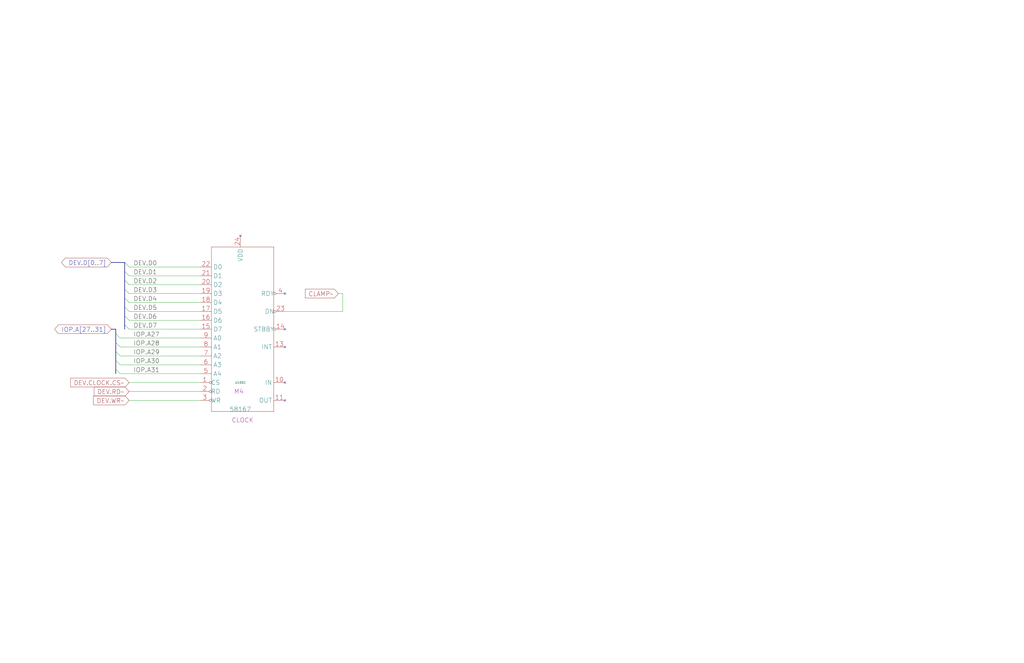
<source format=kicad_sch>
(kicad_sch (version 20230121) (generator eeschema)
  (paper "User" 584.2 378.46)
  (title_block (title "DEVICES\\nCALENDAR") (date "22-SEP-90") (rev "2.0") (comment 1 "IOC") (comment 2 "232-003061") (comment 3 "S400") (comment 4 "RELEASED"))
  (lib_symbols
    (symbol "r1000:58167" (pin_names (offset 1.016))
      (property "Reference" "U" (at 2.54 5.08 0))
      (property "Value" "58167" (at -3.81 -10.16 0))
      (property "Location" "___" (at -1.27 0 0))
      (property "Name" "______" (at 3.81 -17.78 0))
      (symbol "58167_1_1"
        (circle (center -14.605 -5.08) (radius 0.635))
        (circle (center -14.605 0) (radius 0.635))
        (circle (center -14.605 5.08) (radius 0.635))
        (rectangle (start -13.97 82.55) (end 21.59 -11.43))
        (circle (center 22.225 35.56) (radius 0.635))
        (circle (center 22.225 45.72) (radius 0.635))
        (circle (center 22.225 55.88) (radius 0.635))
        (pin input line (at -20.32 5.08 0) (length 5.08) (name "CS") (number "1"))
        (pin input line (at 27.94 5.08 180) (length 6.35) (name "IN") (number "10"))
        (pin output line (at 27.94 -5.08 180) (length 6.35) (name "OUT") (number "11"))
        (pin output line (at 27.94 25.4 180) (length 6.35) (name "INT") (number "13"))
        (pin input line (at 27.94 35.56 180) (length 5.08) (name "STBBY") (number "14"))
        (pin bidirectional line (at -20.32 35.56 0) (length 6.35) (name "D7") (number "15"))
        (pin bidirectional line (at -20.32 40.64 0) (length 6.35) (name "D6") (number "16"))
        (pin bidirectional line (at -20.32 45.72 0) (length 6.35) (name "D5") (number "17"))
        (pin bidirectional line (at -20.32 50.8 0) (length 6.35) (name "D4") (number "18"))
        (pin bidirectional line (at -20.32 55.88 0) (length 6.35) (name "D3") (number "19"))
        (pin input line (at -20.32 0 0) (length 5.08) (name "RD") (number "2"))
        (pin bidirectional line (at -20.32 60.96 0) (length 6.35) (name "D2") (number "20"))
        (pin bidirectional line (at -20.32 66.04 0) (length 6.35) (name "D1") (number "21"))
        (pin bidirectional line (at -20.32 71.12 0) (length 6.35) (name "D0") (number "22"))
        (pin input line (at 27.94 45.72 180) (length 5.08) (name "DN") (number "23"))
        (pin input line (at 2.54 88.9 270) (length 6.35) (name "VDD") (number "24"))
        (pin input line (at -20.32 -5.08 0) (length 5.08) (name "WR") (number "3"))
        (pin input line (at 27.94 55.88 180) (length 5.08) (name "RDY") (number "4"))
        (pin input line (at -20.32 10.16 0) (length 6.35) (name "A4") (number "5"))
        (pin input line (at -20.32 15.24 0) (length 6.35) (name "A3") (number "6"))
        (pin input line (at -20.32 20.32 0) (length 6.35) (name "A2") (number "7"))
        (pin input line (at -20.32 25.4 0) (length 6.35) (name "A1") (number "8"))
        (pin input line (at -20.32 30.48 0) (length 6.35) (name "A0") (number "9"))
      )
    )
  )
  (no_connect (at 162.56 198.12))
  (no_connect (at 162.56 228.6))
  (no_connect (at 162.56 167.64))
  (no_connect (at 162.56 187.96))
  (no_connect (at 137.16 134.62))
  (no_connect (at 162.56 218.44))
  (bus_entry (at 66.04 190.5) (size 2.54 2.54))
  (bus_entry (at 66.04 210.82) (size 2.54 2.54))
  (bus_entry (at 71.12 165.1) (size 2.54 2.54))
  (bus_entry (at 71.12 185.42) (size 2.54 2.54))
  (bus_entry (at 71.12 154.94) (size 2.54 2.54))
  (bus_entry (at 66.04 205.74) (size 2.54 2.54))
  (bus_entry (at 71.12 149.86) (size 2.54 2.54))
  (bus_entry (at 66.04 200.66) (size 2.54 2.54))
  (bus_entry (at 71.12 175.26) (size 2.54 2.54))
  (bus_entry (at 66.04 195.58) (size 2.54 2.54))
  (bus_entry (at 71.12 170.18) (size 2.54 2.54))
  (bus_entry (at 71.12 180.34) (size 2.54 2.54))
  (bus_entry (at 71.12 160.02) (size 2.54 2.54))
  (wire (pts (xy 73.66 228.6) (xy 114.3 228.6)))
  (bus (pts (xy 71.12 160.02) (xy 71.12 165.1)))
  (bus (pts (xy 63.5 149.86) (xy 71.12 149.86)))
  (wire (pts (xy 73.66 152.4) (xy 114.3 152.4)))
  (wire (pts (xy 195.58 177.8) (xy 162.56 177.8)))
  (wire (pts (xy 195.58 167.64) (xy 195.58 177.8)))
  (wire (pts (xy 68.58 208.28) (xy 114.3 208.28)))
  (wire (pts (xy 73.66 218.44) (xy 114.3 218.44)))
  (bus (pts (xy 66.04 210.82) (xy 66.04 213.36)))
  (wire (pts (xy 73.66 223.52) (xy 114.3 223.52)))
  (bus (pts (xy 71.12 170.18) (xy 71.12 175.26)))
  (wire (pts (xy 73.66 172.72) (xy 114.3 172.72)))
  (bus (pts (xy 71.12 149.86) (xy 71.12 154.94)))
  (wire (pts (xy 73.66 167.64) (xy 114.3 167.64)))
  (wire (pts (xy 193.04 167.64) (xy 195.58 167.64)))
  (bus (pts (xy 71.12 185.42) (xy 71.12 187.96)))
  (bus (pts (xy 66.04 190.5) (xy 66.04 195.58)))
  (bus (pts (xy 66.04 200.66) (xy 66.04 205.74)))
  (wire (pts (xy 68.58 193.04) (xy 114.3 193.04)))
  (wire (pts (xy 73.66 187.96) (xy 114.3 187.96)))
  (bus (pts (xy 71.12 165.1) (xy 71.12 170.18)))
  (wire (pts (xy 73.66 157.48) (xy 114.3 157.48)))
  (wire (pts (xy 68.58 203.2) (xy 114.3 203.2)))
  (bus (pts (xy 71.12 154.94) (xy 71.12 160.02)))
  (bus (pts (xy 66.04 187.96) (xy 66.04 190.5)))
  (wire (pts (xy 73.66 162.56) (xy 114.3 162.56)))
  (wire (pts (xy 68.58 198.12) (xy 114.3 198.12)))
  (bus (pts (xy 66.04 205.74) (xy 66.04 210.82)))
  (wire (pts (xy 68.58 213.36) (xy 114.3 213.36)))
  (bus (pts (xy 66.04 195.58) (xy 66.04 200.66)))
  (wire (pts (xy 73.66 182.88) (xy 114.3 182.88)))
  (bus (pts (xy 71.12 175.26) (xy 71.12 180.34)))
  (wire (pts (xy 73.66 177.8) (xy 114.3 177.8)))
  (bus (pts (xy 71.12 180.34) (xy 71.12 185.42)))
  (bus (pts (xy 63.5 187.96) (xy 66.04 187.96)))
  (label "DEV.D2" (at 76.2 162.56 0) (effects (font (size 2.54 2.54))))
  (label "IOP.A31" (at 76.2 213.36 0) (effects (font (size 2.54 2.54))))
  (label "DEV.D4" (at 76.2 172.72 0) (effects (font (size 2.54 2.54))))
  (label "IOP.A28" (at 76.2 198.12 0) (effects (font (size 2.54 2.54))))
  (label "IOP.A29" (at 76.2 203.2 0) (effects (font (size 2.54 2.54))))
  (label "IOP.A27" (at 76.2 193.04 0) (effects (font (size 2.54 2.54))))
  (label "DEV.D1" (at 76.2 157.48 0) (effects (font (size 2.54 2.54))))
  (label "DEV.D0" (at 76.2 152.4 0) (effects (font (size 2.54 2.54))))
  (label "DEV.D3" (at 76.2 167.64 0) (effects (font (size 2.54 2.54))))
  (label "IOP.A30" (at 76.2 208.28 0) (effects (font (size 2.54 2.54))))
  (label "DEV.D5" (at 76.2 177.8 0) (effects (font (size 2.54 2.54))))
  (label "DEV.D6" (at 76.2 182.88 0) (effects (font (size 2.54 2.54))))
  (label "DEV.D7" (at 76.2 187.96 0) (effects (font (size 2.54 2.54))))
  (global_label "DEV.CLOCK.CS~" (shape input) (at 73.66 218.44 180) (effects (font (size 2.54 2.54))) (property "Intersheetrefs" "${INTERSHEET_REFS}" (at 39.9082 218.2813 0) (effects (font (size 1.905 1.905)) (justify right))))
  (global_label "DEV.WR~" (shape input) (at 73.66 228.6 180) (effects (font (size 2.54 2.54))) (property "Intersheetrefs" "${INTERSHEET_REFS}" (at 52.9711 228.4413 0) (effects (font (size 1.905 1.905)) (justify right))))
  (global_label "DEV.D[0..7]" (shape bidirectional) (at 63.5 149.86 180) (effects (font (size 2.54 2.54))) (property "Intersheetrefs" "${INTERSHEET_REFS}" (at 36.8844 149.7013 0) (effects (font (size 1.905 1.905)) (justify right))))
  (global_label "IOP.A[27..31]" (shape bidirectional) (at 63.5 187.96 180) (effects (font (size 2.54 2.54))) (property "Intersheetrefs" "${INTERSHEET_REFS}" (at 33.014 187.8013 0) (effects (font (size 1.905 1.905)) (justify right))))
  (global_label "DEV.RD~" (shape input) (at 73.66 223.52 180) (effects (font (size 2.54 2.54))) (property "Intersheetrefs" "${INTERSHEET_REFS}" (at 53.334 223.3613 0) (effects (font (size 1.905 1.905)) (justify right))))
  (global_label "CLAMP~" (shape input) (at 193.04 167.64 180) (effects (font (size 2.54 2.54))) (property "Intersheetrefs" "${INTERSHEET_REFS}" (at 173.8025 167.4813 0) (effects (font (size 1.905 1.905)) (justify right))))
  (symbol (lib_id "r1000:58167") (at 134.62 223.52 0) (unit 1)
    (property "Reference" "U1001" (at 137.16 218.44 0))
    (property "Value" "58167" (at 130.81 233.68 0) (effects (font (size 2.54 2.54)) (justify left)))
    (property "Location" "M4" (at 133.35 223.52 0) (effects (font (size 2.54 2.54)) (justify left)))
    (property "Name" "CLOCK" (at 138.43 241.3 0) (effects (font (size 2.54 2.54)) (justify bottom)))
  )
)
</source>
